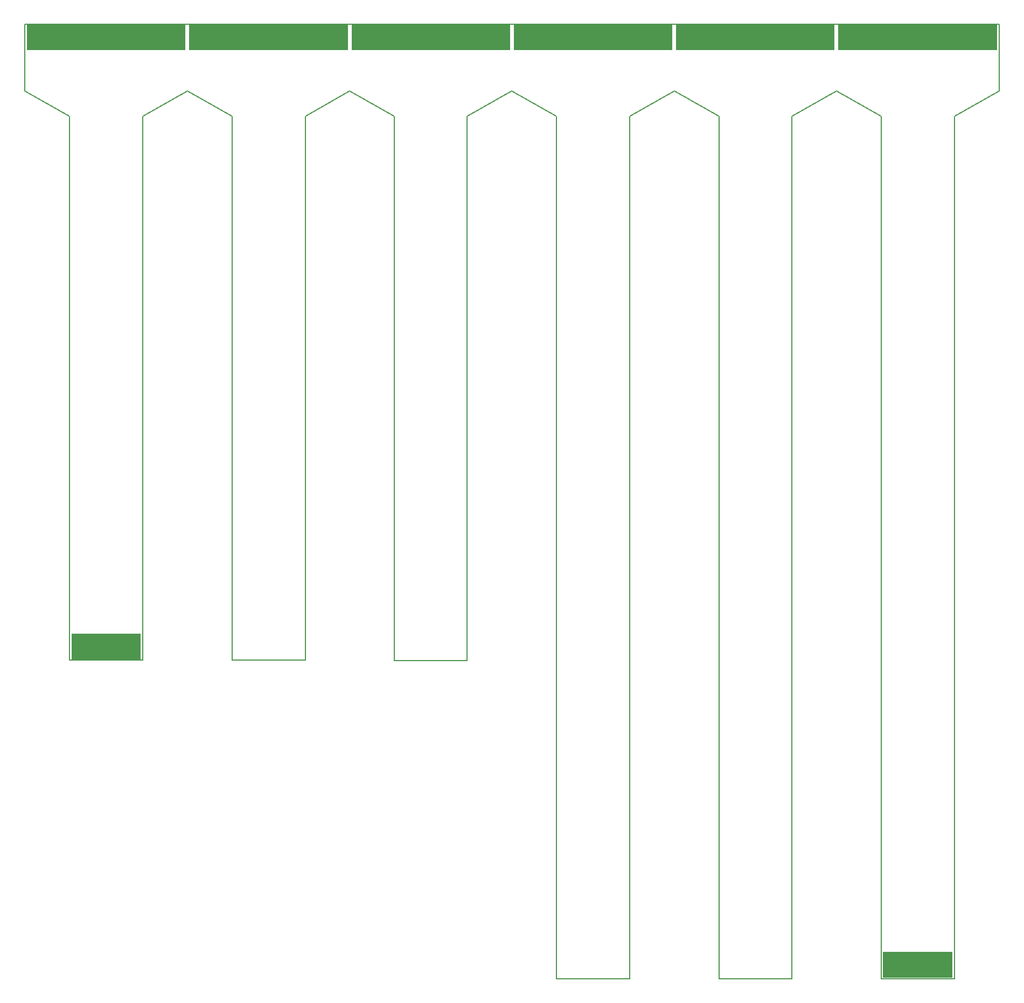
<source format=gbr>
%TF.GenerationSoftware,KiCad,Pcbnew,5.1.5+dfsg1-2~bpo10+1*%
%TF.CreationDate,2020-08-19T00:00:04+02:00*%
%TF.ProjectId,antmicro-alvium-flex-csi-adapter,616e746d-6963-4726-9f2d-616c7669756d,1.0.1*%
%TF.SameCoordinates,Original*%
%TF.FileFunction,Soldermask,Top*%
%TF.FilePolarity,Negative*%
%FSLAX46Y46*%
G04 Gerber Fmt 4.6, Leading zero omitted, Abs format (unit mm)*
G04 Created by KiCad (PCBNEW 5.1.5+dfsg1-2~bpo10+1) date 2020-08-19 00:00:04 commit e5c3baf*
%MOMM*%
%LPD*%
G04 APERTURE LIST*
%ADD10C,0.150000*%
%ADD11C,0.100000*%
G04 APERTURE END LIST*
D10*
X285016000Y-214846000D02*
X296516000Y-214846000D01*
X303536000Y-64736000D02*
X303536000Y-75260000D01*
X278009000Y-75260000D02*
X285016000Y-79260000D01*
X296516000Y-79260000D02*
X303536000Y-75260000D01*
X285016000Y-214846000D02*
X285016000Y-79260000D01*
X296516000Y-214846000D02*
X296516000Y-79260000D01*
X168952000Y-79250000D02*
X175929000Y-75250000D01*
X150402000Y-64736000D02*
X150402000Y-75250000D01*
X157452000Y-164786000D02*
X168952000Y-164786000D01*
X157452000Y-164786000D02*
X157452000Y-79250000D01*
X168952000Y-164786000D02*
X168952000Y-79250000D01*
X150402000Y-75250000D02*
X157452000Y-79250000D01*
X233949000Y-214846000D02*
X233949000Y-79260000D01*
X252469000Y-75260000D02*
X259489000Y-79260000D01*
X270989000Y-214846000D02*
X270989000Y-79260000D01*
X259489000Y-214846000D02*
X270989000Y-214846000D01*
X259489000Y-214846000D02*
X259489000Y-79260000D01*
X270989000Y-79260000D02*
X278009000Y-75260000D01*
X226949000Y-75250000D02*
X233949000Y-79260000D01*
X233949000Y-214846000D02*
X245449000Y-214846000D01*
X245449000Y-214846000D02*
X245449000Y-79260000D01*
X245449000Y-79260000D02*
X252469000Y-75260000D01*
X208429000Y-79250000D02*
X201429000Y-75250000D01*
X219929000Y-79250000D02*
X226949000Y-75250000D01*
X208429000Y-164836000D02*
X208429000Y-79250000D01*
X219929000Y-164836000D02*
X219929000Y-79250000D01*
X208429000Y-164836000D02*
X219929000Y-164836000D01*
X194479000Y-79250000D02*
X201429000Y-75250000D01*
X175929000Y-75250000D02*
X182979000Y-79250000D01*
X194479000Y-164786000D02*
X194479000Y-79250000D01*
X182979000Y-164786000D02*
X182979000Y-79250000D01*
X182979000Y-164786000D02*
X194479000Y-164786000D01*
X150402000Y-64736000D02*
X303536000Y-64736000D01*
D11*
G36*
X296191500Y-214724000D02*
G01*
X285289500Y-214724000D01*
X285289500Y-210622000D01*
X296191500Y-210622000D01*
X296191500Y-214724000D01*
G37*
G36*
X168624000Y-164699500D02*
G01*
X157722000Y-164699500D01*
X157722000Y-160597500D01*
X168624000Y-160597500D01*
X168624000Y-164699500D01*
G37*
G36*
X252151000Y-68801000D02*
G01*
X227249000Y-68801000D01*
X227249000Y-64699000D01*
X252151000Y-64699000D01*
X252151000Y-68801000D01*
G37*
G36*
X226651000Y-68801000D02*
G01*
X201749000Y-68801000D01*
X201749000Y-64699000D01*
X226651000Y-64699000D01*
X226651000Y-68801000D01*
G37*
G36*
X277651000Y-68801000D02*
G01*
X252749000Y-68801000D01*
X252749000Y-64699000D01*
X277651000Y-64699000D01*
X277651000Y-68801000D01*
G37*
G36*
X201151000Y-68801000D02*
G01*
X176249000Y-68801000D01*
X176249000Y-64699000D01*
X201151000Y-64699000D01*
X201151000Y-68801000D01*
G37*
G36*
X303178000Y-68801000D02*
G01*
X278276000Y-68801000D01*
X278276000Y-64699000D01*
X303178000Y-64699000D01*
X303178000Y-68801000D01*
G37*
G36*
X175624000Y-68801000D02*
G01*
X150722000Y-68801000D01*
X150722000Y-64699000D01*
X175624000Y-64699000D01*
X175624000Y-68801000D01*
G37*
M02*

</source>
